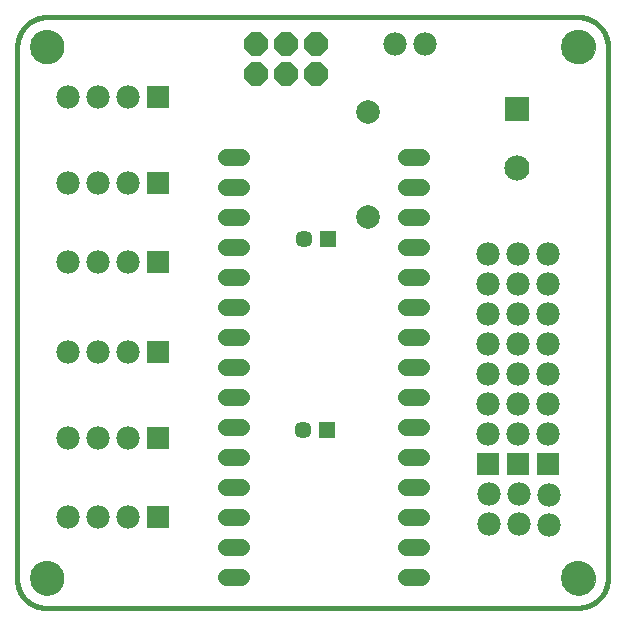
<source format=gts>
G75*
%MOIN*%
%OFA0B0*%
%FSLAX25Y25*%
%IPPOS*%
%LPD*%
%AMOC8*
5,1,8,0,0,1.08239X$1,22.5*
%
%ADD10C,0.00000*%
%ADD11C,0.11424*%
%ADD12C,0.01600*%
%ADD13R,0.05715X0.05715*%
%ADD14C,0.05715*%
%ADD15C,0.07900*%
%ADD16R,0.08400X0.08400*%
%ADD17C,0.08400*%
%ADD18C,0.05550*%
%ADD19C,0.07800*%
%ADD20OC8,0.07800*%
%ADD21R,0.07800X0.07800*%
D10*
X0006143Y0011643D02*
X0006145Y0011791D01*
X0006151Y0011939D01*
X0006161Y0012087D01*
X0006175Y0012234D01*
X0006193Y0012381D01*
X0006214Y0012527D01*
X0006240Y0012673D01*
X0006270Y0012818D01*
X0006303Y0012962D01*
X0006341Y0013105D01*
X0006382Y0013247D01*
X0006427Y0013388D01*
X0006475Y0013528D01*
X0006528Y0013667D01*
X0006584Y0013804D01*
X0006644Y0013939D01*
X0006707Y0014073D01*
X0006774Y0014205D01*
X0006845Y0014335D01*
X0006919Y0014463D01*
X0006996Y0014589D01*
X0007077Y0014713D01*
X0007161Y0014835D01*
X0007248Y0014954D01*
X0007339Y0015071D01*
X0007433Y0015186D01*
X0007529Y0015298D01*
X0007629Y0015408D01*
X0007731Y0015514D01*
X0007837Y0015618D01*
X0007945Y0015719D01*
X0008056Y0015817D01*
X0008169Y0015913D01*
X0008285Y0016005D01*
X0008403Y0016094D01*
X0008524Y0016179D01*
X0008647Y0016262D01*
X0008772Y0016341D01*
X0008899Y0016417D01*
X0009028Y0016489D01*
X0009159Y0016558D01*
X0009292Y0016623D01*
X0009427Y0016684D01*
X0009563Y0016742D01*
X0009700Y0016797D01*
X0009839Y0016847D01*
X0009980Y0016894D01*
X0010121Y0016937D01*
X0010264Y0016977D01*
X0010408Y0017012D01*
X0010552Y0017044D01*
X0010698Y0017071D01*
X0010844Y0017095D01*
X0010991Y0017115D01*
X0011138Y0017131D01*
X0011285Y0017143D01*
X0011433Y0017151D01*
X0011581Y0017155D01*
X0011729Y0017155D01*
X0011877Y0017151D01*
X0012025Y0017143D01*
X0012172Y0017131D01*
X0012319Y0017115D01*
X0012466Y0017095D01*
X0012612Y0017071D01*
X0012758Y0017044D01*
X0012902Y0017012D01*
X0013046Y0016977D01*
X0013189Y0016937D01*
X0013330Y0016894D01*
X0013471Y0016847D01*
X0013610Y0016797D01*
X0013747Y0016742D01*
X0013883Y0016684D01*
X0014018Y0016623D01*
X0014151Y0016558D01*
X0014282Y0016489D01*
X0014411Y0016417D01*
X0014538Y0016341D01*
X0014663Y0016262D01*
X0014786Y0016179D01*
X0014907Y0016094D01*
X0015025Y0016005D01*
X0015141Y0015913D01*
X0015254Y0015817D01*
X0015365Y0015719D01*
X0015473Y0015618D01*
X0015579Y0015514D01*
X0015681Y0015408D01*
X0015781Y0015298D01*
X0015877Y0015186D01*
X0015971Y0015071D01*
X0016062Y0014954D01*
X0016149Y0014835D01*
X0016233Y0014713D01*
X0016314Y0014589D01*
X0016391Y0014463D01*
X0016465Y0014335D01*
X0016536Y0014205D01*
X0016603Y0014073D01*
X0016666Y0013939D01*
X0016726Y0013804D01*
X0016782Y0013667D01*
X0016835Y0013528D01*
X0016883Y0013388D01*
X0016928Y0013247D01*
X0016969Y0013105D01*
X0017007Y0012962D01*
X0017040Y0012818D01*
X0017070Y0012673D01*
X0017096Y0012527D01*
X0017117Y0012381D01*
X0017135Y0012234D01*
X0017149Y0012087D01*
X0017159Y0011939D01*
X0017165Y0011791D01*
X0017167Y0011643D01*
X0017165Y0011495D01*
X0017159Y0011347D01*
X0017149Y0011199D01*
X0017135Y0011052D01*
X0017117Y0010905D01*
X0017096Y0010759D01*
X0017070Y0010613D01*
X0017040Y0010468D01*
X0017007Y0010324D01*
X0016969Y0010181D01*
X0016928Y0010039D01*
X0016883Y0009898D01*
X0016835Y0009758D01*
X0016782Y0009619D01*
X0016726Y0009482D01*
X0016666Y0009347D01*
X0016603Y0009213D01*
X0016536Y0009081D01*
X0016465Y0008951D01*
X0016391Y0008823D01*
X0016314Y0008697D01*
X0016233Y0008573D01*
X0016149Y0008451D01*
X0016062Y0008332D01*
X0015971Y0008215D01*
X0015877Y0008100D01*
X0015781Y0007988D01*
X0015681Y0007878D01*
X0015579Y0007772D01*
X0015473Y0007668D01*
X0015365Y0007567D01*
X0015254Y0007469D01*
X0015141Y0007373D01*
X0015025Y0007281D01*
X0014907Y0007192D01*
X0014786Y0007107D01*
X0014663Y0007024D01*
X0014538Y0006945D01*
X0014411Y0006869D01*
X0014282Y0006797D01*
X0014151Y0006728D01*
X0014018Y0006663D01*
X0013883Y0006602D01*
X0013747Y0006544D01*
X0013610Y0006489D01*
X0013471Y0006439D01*
X0013330Y0006392D01*
X0013189Y0006349D01*
X0013046Y0006309D01*
X0012902Y0006274D01*
X0012758Y0006242D01*
X0012612Y0006215D01*
X0012466Y0006191D01*
X0012319Y0006171D01*
X0012172Y0006155D01*
X0012025Y0006143D01*
X0011877Y0006135D01*
X0011729Y0006131D01*
X0011581Y0006131D01*
X0011433Y0006135D01*
X0011285Y0006143D01*
X0011138Y0006155D01*
X0010991Y0006171D01*
X0010844Y0006191D01*
X0010698Y0006215D01*
X0010552Y0006242D01*
X0010408Y0006274D01*
X0010264Y0006309D01*
X0010121Y0006349D01*
X0009980Y0006392D01*
X0009839Y0006439D01*
X0009700Y0006489D01*
X0009563Y0006544D01*
X0009427Y0006602D01*
X0009292Y0006663D01*
X0009159Y0006728D01*
X0009028Y0006797D01*
X0008899Y0006869D01*
X0008772Y0006945D01*
X0008647Y0007024D01*
X0008524Y0007107D01*
X0008403Y0007192D01*
X0008285Y0007281D01*
X0008169Y0007373D01*
X0008056Y0007469D01*
X0007945Y0007567D01*
X0007837Y0007668D01*
X0007731Y0007772D01*
X0007629Y0007878D01*
X0007529Y0007988D01*
X0007433Y0008100D01*
X0007339Y0008215D01*
X0007248Y0008332D01*
X0007161Y0008451D01*
X0007077Y0008573D01*
X0006996Y0008697D01*
X0006919Y0008823D01*
X0006845Y0008951D01*
X0006774Y0009081D01*
X0006707Y0009213D01*
X0006644Y0009347D01*
X0006584Y0009482D01*
X0006528Y0009619D01*
X0006475Y0009758D01*
X0006427Y0009898D01*
X0006382Y0010039D01*
X0006341Y0010181D01*
X0006303Y0010324D01*
X0006270Y0010468D01*
X0006240Y0010613D01*
X0006214Y0010759D01*
X0006193Y0010905D01*
X0006175Y0011052D01*
X0006161Y0011199D01*
X0006151Y0011347D01*
X0006145Y0011495D01*
X0006143Y0011643D01*
X0006143Y0188808D02*
X0006145Y0188956D01*
X0006151Y0189104D01*
X0006161Y0189252D01*
X0006175Y0189399D01*
X0006193Y0189546D01*
X0006214Y0189692D01*
X0006240Y0189838D01*
X0006270Y0189983D01*
X0006303Y0190127D01*
X0006341Y0190270D01*
X0006382Y0190412D01*
X0006427Y0190553D01*
X0006475Y0190693D01*
X0006528Y0190832D01*
X0006584Y0190969D01*
X0006644Y0191104D01*
X0006707Y0191238D01*
X0006774Y0191370D01*
X0006845Y0191500D01*
X0006919Y0191628D01*
X0006996Y0191754D01*
X0007077Y0191878D01*
X0007161Y0192000D01*
X0007248Y0192119D01*
X0007339Y0192236D01*
X0007433Y0192351D01*
X0007529Y0192463D01*
X0007629Y0192573D01*
X0007731Y0192679D01*
X0007837Y0192783D01*
X0007945Y0192884D01*
X0008056Y0192982D01*
X0008169Y0193078D01*
X0008285Y0193170D01*
X0008403Y0193259D01*
X0008524Y0193344D01*
X0008647Y0193427D01*
X0008772Y0193506D01*
X0008899Y0193582D01*
X0009028Y0193654D01*
X0009159Y0193723D01*
X0009292Y0193788D01*
X0009427Y0193849D01*
X0009563Y0193907D01*
X0009700Y0193962D01*
X0009839Y0194012D01*
X0009980Y0194059D01*
X0010121Y0194102D01*
X0010264Y0194142D01*
X0010408Y0194177D01*
X0010552Y0194209D01*
X0010698Y0194236D01*
X0010844Y0194260D01*
X0010991Y0194280D01*
X0011138Y0194296D01*
X0011285Y0194308D01*
X0011433Y0194316D01*
X0011581Y0194320D01*
X0011729Y0194320D01*
X0011877Y0194316D01*
X0012025Y0194308D01*
X0012172Y0194296D01*
X0012319Y0194280D01*
X0012466Y0194260D01*
X0012612Y0194236D01*
X0012758Y0194209D01*
X0012902Y0194177D01*
X0013046Y0194142D01*
X0013189Y0194102D01*
X0013330Y0194059D01*
X0013471Y0194012D01*
X0013610Y0193962D01*
X0013747Y0193907D01*
X0013883Y0193849D01*
X0014018Y0193788D01*
X0014151Y0193723D01*
X0014282Y0193654D01*
X0014411Y0193582D01*
X0014538Y0193506D01*
X0014663Y0193427D01*
X0014786Y0193344D01*
X0014907Y0193259D01*
X0015025Y0193170D01*
X0015141Y0193078D01*
X0015254Y0192982D01*
X0015365Y0192884D01*
X0015473Y0192783D01*
X0015579Y0192679D01*
X0015681Y0192573D01*
X0015781Y0192463D01*
X0015877Y0192351D01*
X0015971Y0192236D01*
X0016062Y0192119D01*
X0016149Y0192000D01*
X0016233Y0191878D01*
X0016314Y0191754D01*
X0016391Y0191628D01*
X0016465Y0191500D01*
X0016536Y0191370D01*
X0016603Y0191238D01*
X0016666Y0191104D01*
X0016726Y0190969D01*
X0016782Y0190832D01*
X0016835Y0190693D01*
X0016883Y0190553D01*
X0016928Y0190412D01*
X0016969Y0190270D01*
X0017007Y0190127D01*
X0017040Y0189983D01*
X0017070Y0189838D01*
X0017096Y0189692D01*
X0017117Y0189546D01*
X0017135Y0189399D01*
X0017149Y0189252D01*
X0017159Y0189104D01*
X0017165Y0188956D01*
X0017167Y0188808D01*
X0017165Y0188660D01*
X0017159Y0188512D01*
X0017149Y0188364D01*
X0017135Y0188217D01*
X0017117Y0188070D01*
X0017096Y0187924D01*
X0017070Y0187778D01*
X0017040Y0187633D01*
X0017007Y0187489D01*
X0016969Y0187346D01*
X0016928Y0187204D01*
X0016883Y0187063D01*
X0016835Y0186923D01*
X0016782Y0186784D01*
X0016726Y0186647D01*
X0016666Y0186512D01*
X0016603Y0186378D01*
X0016536Y0186246D01*
X0016465Y0186116D01*
X0016391Y0185988D01*
X0016314Y0185862D01*
X0016233Y0185738D01*
X0016149Y0185616D01*
X0016062Y0185497D01*
X0015971Y0185380D01*
X0015877Y0185265D01*
X0015781Y0185153D01*
X0015681Y0185043D01*
X0015579Y0184937D01*
X0015473Y0184833D01*
X0015365Y0184732D01*
X0015254Y0184634D01*
X0015141Y0184538D01*
X0015025Y0184446D01*
X0014907Y0184357D01*
X0014786Y0184272D01*
X0014663Y0184189D01*
X0014538Y0184110D01*
X0014411Y0184034D01*
X0014282Y0183962D01*
X0014151Y0183893D01*
X0014018Y0183828D01*
X0013883Y0183767D01*
X0013747Y0183709D01*
X0013610Y0183654D01*
X0013471Y0183604D01*
X0013330Y0183557D01*
X0013189Y0183514D01*
X0013046Y0183474D01*
X0012902Y0183439D01*
X0012758Y0183407D01*
X0012612Y0183380D01*
X0012466Y0183356D01*
X0012319Y0183336D01*
X0012172Y0183320D01*
X0012025Y0183308D01*
X0011877Y0183300D01*
X0011729Y0183296D01*
X0011581Y0183296D01*
X0011433Y0183300D01*
X0011285Y0183308D01*
X0011138Y0183320D01*
X0010991Y0183336D01*
X0010844Y0183356D01*
X0010698Y0183380D01*
X0010552Y0183407D01*
X0010408Y0183439D01*
X0010264Y0183474D01*
X0010121Y0183514D01*
X0009980Y0183557D01*
X0009839Y0183604D01*
X0009700Y0183654D01*
X0009563Y0183709D01*
X0009427Y0183767D01*
X0009292Y0183828D01*
X0009159Y0183893D01*
X0009028Y0183962D01*
X0008899Y0184034D01*
X0008772Y0184110D01*
X0008647Y0184189D01*
X0008524Y0184272D01*
X0008403Y0184357D01*
X0008285Y0184446D01*
X0008169Y0184538D01*
X0008056Y0184634D01*
X0007945Y0184732D01*
X0007837Y0184833D01*
X0007731Y0184937D01*
X0007629Y0185043D01*
X0007529Y0185153D01*
X0007433Y0185265D01*
X0007339Y0185380D01*
X0007248Y0185497D01*
X0007161Y0185616D01*
X0007077Y0185738D01*
X0006996Y0185862D01*
X0006919Y0185988D01*
X0006845Y0186116D01*
X0006774Y0186246D01*
X0006707Y0186378D01*
X0006644Y0186512D01*
X0006584Y0186647D01*
X0006528Y0186784D01*
X0006475Y0186923D01*
X0006427Y0187063D01*
X0006382Y0187204D01*
X0006341Y0187346D01*
X0006303Y0187489D01*
X0006270Y0187633D01*
X0006240Y0187778D01*
X0006214Y0187924D01*
X0006193Y0188070D01*
X0006175Y0188217D01*
X0006161Y0188364D01*
X0006151Y0188512D01*
X0006145Y0188660D01*
X0006143Y0188808D01*
X0183309Y0188808D02*
X0183311Y0188956D01*
X0183317Y0189104D01*
X0183327Y0189252D01*
X0183341Y0189399D01*
X0183359Y0189546D01*
X0183380Y0189692D01*
X0183406Y0189838D01*
X0183436Y0189983D01*
X0183469Y0190127D01*
X0183507Y0190270D01*
X0183548Y0190412D01*
X0183593Y0190553D01*
X0183641Y0190693D01*
X0183694Y0190832D01*
X0183750Y0190969D01*
X0183810Y0191104D01*
X0183873Y0191238D01*
X0183940Y0191370D01*
X0184011Y0191500D01*
X0184085Y0191628D01*
X0184162Y0191754D01*
X0184243Y0191878D01*
X0184327Y0192000D01*
X0184414Y0192119D01*
X0184505Y0192236D01*
X0184599Y0192351D01*
X0184695Y0192463D01*
X0184795Y0192573D01*
X0184897Y0192679D01*
X0185003Y0192783D01*
X0185111Y0192884D01*
X0185222Y0192982D01*
X0185335Y0193078D01*
X0185451Y0193170D01*
X0185569Y0193259D01*
X0185690Y0193344D01*
X0185813Y0193427D01*
X0185938Y0193506D01*
X0186065Y0193582D01*
X0186194Y0193654D01*
X0186325Y0193723D01*
X0186458Y0193788D01*
X0186593Y0193849D01*
X0186729Y0193907D01*
X0186866Y0193962D01*
X0187005Y0194012D01*
X0187146Y0194059D01*
X0187287Y0194102D01*
X0187430Y0194142D01*
X0187574Y0194177D01*
X0187718Y0194209D01*
X0187864Y0194236D01*
X0188010Y0194260D01*
X0188157Y0194280D01*
X0188304Y0194296D01*
X0188451Y0194308D01*
X0188599Y0194316D01*
X0188747Y0194320D01*
X0188895Y0194320D01*
X0189043Y0194316D01*
X0189191Y0194308D01*
X0189338Y0194296D01*
X0189485Y0194280D01*
X0189632Y0194260D01*
X0189778Y0194236D01*
X0189924Y0194209D01*
X0190068Y0194177D01*
X0190212Y0194142D01*
X0190355Y0194102D01*
X0190496Y0194059D01*
X0190637Y0194012D01*
X0190776Y0193962D01*
X0190913Y0193907D01*
X0191049Y0193849D01*
X0191184Y0193788D01*
X0191317Y0193723D01*
X0191448Y0193654D01*
X0191577Y0193582D01*
X0191704Y0193506D01*
X0191829Y0193427D01*
X0191952Y0193344D01*
X0192073Y0193259D01*
X0192191Y0193170D01*
X0192307Y0193078D01*
X0192420Y0192982D01*
X0192531Y0192884D01*
X0192639Y0192783D01*
X0192745Y0192679D01*
X0192847Y0192573D01*
X0192947Y0192463D01*
X0193043Y0192351D01*
X0193137Y0192236D01*
X0193228Y0192119D01*
X0193315Y0192000D01*
X0193399Y0191878D01*
X0193480Y0191754D01*
X0193557Y0191628D01*
X0193631Y0191500D01*
X0193702Y0191370D01*
X0193769Y0191238D01*
X0193832Y0191104D01*
X0193892Y0190969D01*
X0193948Y0190832D01*
X0194001Y0190693D01*
X0194049Y0190553D01*
X0194094Y0190412D01*
X0194135Y0190270D01*
X0194173Y0190127D01*
X0194206Y0189983D01*
X0194236Y0189838D01*
X0194262Y0189692D01*
X0194283Y0189546D01*
X0194301Y0189399D01*
X0194315Y0189252D01*
X0194325Y0189104D01*
X0194331Y0188956D01*
X0194333Y0188808D01*
X0194331Y0188660D01*
X0194325Y0188512D01*
X0194315Y0188364D01*
X0194301Y0188217D01*
X0194283Y0188070D01*
X0194262Y0187924D01*
X0194236Y0187778D01*
X0194206Y0187633D01*
X0194173Y0187489D01*
X0194135Y0187346D01*
X0194094Y0187204D01*
X0194049Y0187063D01*
X0194001Y0186923D01*
X0193948Y0186784D01*
X0193892Y0186647D01*
X0193832Y0186512D01*
X0193769Y0186378D01*
X0193702Y0186246D01*
X0193631Y0186116D01*
X0193557Y0185988D01*
X0193480Y0185862D01*
X0193399Y0185738D01*
X0193315Y0185616D01*
X0193228Y0185497D01*
X0193137Y0185380D01*
X0193043Y0185265D01*
X0192947Y0185153D01*
X0192847Y0185043D01*
X0192745Y0184937D01*
X0192639Y0184833D01*
X0192531Y0184732D01*
X0192420Y0184634D01*
X0192307Y0184538D01*
X0192191Y0184446D01*
X0192073Y0184357D01*
X0191952Y0184272D01*
X0191829Y0184189D01*
X0191704Y0184110D01*
X0191577Y0184034D01*
X0191448Y0183962D01*
X0191317Y0183893D01*
X0191184Y0183828D01*
X0191049Y0183767D01*
X0190913Y0183709D01*
X0190776Y0183654D01*
X0190637Y0183604D01*
X0190496Y0183557D01*
X0190355Y0183514D01*
X0190212Y0183474D01*
X0190068Y0183439D01*
X0189924Y0183407D01*
X0189778Y0183380D01*
X0189632Y0183356D01*
X0189485Y0183336D01*
X0189338Y0183320D01*
X0189191Y0183308D01*
X0189043Y0183300D01*
X0188895Y0183296D01*
X0188747Y0183296D01*
X0188599Y0183300D01*
X0188451Y0183308D01*
X0188304Y0183320D01*
X0188157Y0183336D01*
X0188010Y0183356D01*
X0187864Y0183380D01*
X0187718Y0183407D01*
X0187574Y0183439D01*
X0187430Y0183474D01*
X0187287Y0183514D01*
X0187146Y0183557D01*
X0187005Y0183604D01*
X0186866Y0183654D01*
X0186729Y0183709D01*
X0186593Y0183767D01*
X0186458Y0183828D01*
X0186325Y0183893D01*
X0186194Y0183962D01*
X0186065Y0184034D01*
X0185938Y0184110D01*
X0185813Y0184189D01*
X0185690Y0184272D01*
X0185569Y0184357D01*
X0185451Y0184446D01*
X0185335Y0184538D01*
X0185222Y0184634D01*
X0185111Y0184732D01*
X0185003Y0184833D01*
X0184897Y0184937D01*
X0184795Y0185043D01*
X0184695Y0185153D01*
X0184599Y0185265D01*
X0184505Y0185380D01*
X0184414Y0185497D01*
X0184327Y0185616D01*
X0184243Y0185738D01*
X0184162Y0185862D01*
X0184085Y0185988D01*
X0184011Y0186116D01*
X0183940Y0186246D01*
X0183873Y0186378D01*
X0183810Y0186512D01*
X0183750Y0186647D01*
X0183694Y0186784D01*
X0183641Y0186923D01*
X0183593Y0187063D01*
X0183548Y0187204D01*
X0183507Y0187346D01*
X0183469Y0187489D01*
X0183436Y0187633D01*
X0183406Y0187778D01*
X0183380Y0187924D01*
X0183359Y0188070D01*
X0183341Y0188217D01*
X0183327Y0188364D01*
X0183317Y0188512D01*
X0183311Y0188660D01*
X0183309Y0188808D01*
X0183309Y0011643D02*
X0183311Y0011791D01*
X0183317Y0011939D01*
X0183327Y0012087D01*
X0183341Y0012234D01*
X0183359Y0012381D01*
X0183380Y0012527D01*
X0183406Y0012673D01*
X0183436Y0012818D01*
X0183469Y0012962D01*
X0183507Y0013105D01*
X0183548Y0013247D01*
X0183593Y0013388D01*
X0183641Y0013528D01*
X0183694Y0013667D01*
X0183750Y0013804D01*
X0183810Y0013939D01*
X0183873Y0014073D01*
X0183940Y0014205D01*
X0184011Y0014335D01*
X0184085Y0014463D01*
X0184162Y0014589D01*
X0184243Y0014713D01*
X0184327Y0014835D01*
X0184414Y0014954D01*
X0184505Y0015071D01*
X0184599Y0015186D01*
X0184695Y0015298D01*
X0184795Y0015408D01*
X0184897Y0015514D01*
X0185003Y0015618D01*
X0185111Y0015719D01*
X0185222Y0015817D01*
X0185335Y0015913D01*
X0185451Y0016005D01*
X0185569Y0016094D01*
X0185690Y0016179D01*
X0185813Y0016262D01*
X0185938Y0016341D01*
X0186065Y0016417D01*
X0186194Y0016489D01*
X0186325Y0016558D01*
X0186458Y0016623D01*
X0186593Y0016684D01*
X0186729Y0016742D01*
X0186866Y0016797D01*
X0187005Y0016847D01*
X0187146Y0016894D01*
X0187287Y0016937D01*
X0187430Y0016977D01*
X0187574Y0017012D01*
X0187718Y0017044D01*
X0187864Y0017071D01*
X0188010Y0017095D01*
X0188157Y0017115D01*
X0188304Y0017131D01*
X0188451Y0017143D01*
X0188599Y0017151D01*
X0188747Y0017155D01*
X0188895Y0017155D01*
X0189043Y0017151D01*
X0189191Y0017143D01*
X0189338Y0017131D01*
X0189485Y0017115D01*
X0189632Y0017095D01*
X0189778Y0017071D01*
X0189924Y0017044D01*
X0190068Y0017012D01*
X0190212Y0016977D01*
X0190355Y0016937D01*
X0190496Y0016894D01*
X0190637Y0016847D01*
X0190776Y0016797D01*
X0190913Y0016742D01*
X0191049Y0016684D01*
X0191184Y0016623D01*
X0191317Y0016558D01*
X0191448Y0016489D01*
X0191577Y0016417D01*
X0191704Y0016341D01*
X0191829Y0016262D01*
X0191952Y0016179D01*
X0192073Y0016094D01*
X0192191Y0016005D01*
X0192307Y0015913D01*
X0192420Y0015817D01*
X0192531Y0015719D01*
X0192639Y0015618D01*
X0192745Y0015514D01*
X0192847Y0015408D01*
X0192947Y0015298D01*
X0193043Y0015186D01*
X0193137Y0015071D01*
X0193228Y0014954D01*
X0193315Y0014835D01*
X0193399Y0014713D01*
X0193480Y0014589D01*
X0193557Y0014463D01*
X0193631Y0014335D01*
X0193702Y0014205D01*
X0193769Y0014073D01*
X0193832Y0013939D01*
X0193892Y0013804D01*
X0193948Y0013667D01*
X0194001Y0013528D01*
X0194049Y0013388D01*
X0194094Y0013247D01*
X0194135Y0013105D01*
X0194173Y0012962D01*
X0194206Y0012818D01*
X0194236Y0012673D01*
X0194262Y0012527D01*
X0194283Y0012381D01*
X0194301Y0012234D01*
X0194315Y0012087D01*
X0194325Y0011939D01*
X0194331Y0011791D01*
X0194333Y0011643D01*
X0194331Y0011495D01*
X0194325Y0011347D01*
X0194315Y0011199D01*
X0194301Y0011052D01*
X0194283Y0010905D01*
X0194262Y0010759D01*
X0194236Y0010613D01*
X0194206Y0010468D01*
X0194173Y0010324D01*
X0194135Y0010181D01*
X0194094Y0010039D01*
X0194049Y0009898D01*
X0194001Y0009758D01*
X0193948Y0009619D01*
X0193892Y0009482D01*
X0193832Y0009347D01*
X0193769Y0009213D01*
X0193702Y0009081D01*
X0193631Y0008951D01*
X0193557Y0008823D01*
X0193480Y0008697D01*
X0193399Y0008573D01*
X0193315Y0008451D01*
X0193228Y0008332D01*
X0193137Y0008215D01*
X0193043Y0008100D01*
X0192947Y0007988D01*
X0192847Y0007878D01*
X0192745Y0007772D01*
X0192639Y0007668D01*
X0192531Y0007567D01*
X0192420Y0007469D01*
X0192307Y0007373D01*
X0192191Y0007281D01*
X0192073Y0007192D01*
X0191952Y0007107D01*
X0191829Y0007024D01*
X0191704Y0006945D01*
X0191577Y0006869D01*
X0191448Y0006797D01*
X0191317Y0006728D01*
X0191184Y0006663D01*
X0191049Y0006602D01*
X0190913Y0006544D01*
X0190776Y0006489D01*
X0190637Y0006439D01*
X0190496Y0006392D01*
X0190355Y0006349D01*
X0190212Y0006309D01*
X0190068Y0006274D01*
X0189924Y0006242D01*
X0189778Y0006215D01*
X0189632Y0006191D01*
X0189485Y0006171D01*
X0189338Y0006155D01*
X0189191Y0006143D01*
X0189043Y0006135D01*
X0188895Y0006131D01*
X0188747Y0006131D01*
X0188599Y0006135D01*
X0188451Y0006143D01*
X0188304Y0006155D01*
X0188157Y0006171D01*
X0188010Y0006191D01*
X0187864Y0006215D01*
X0187718Y0006242D01*
X0187574Y0006274D01*
X0187430Y0006309D01*
X0187287Y0006349D01*
X0187146Y0006392D01*
X0187005Y0006439D01*
X0186866Y0006489D01*
X0186729Y0006544D01*
X0186593Y0006602D01*
X0186458Y0006663D01*
X0186325Y0006728D01*
X0186194Y0006797D01*
X0186065Y0006869D01*
X0185938Y0006945D01*
X0185813Y0007024D01*
X0185690Y0007107D01*
X0185569Y0007192D01*
X0185451Y0007281D01*
X0185335Y0007373D01*
X0185222Y0007469D01*
X0185111Y0007567D01*
X0185003Y0007668D01*
X0184897Y0007772D01*
X0184795Y0007878D01*
X0184695Y0007988D01*
X0184599Y0008100D01*
X0184505Y0008215D01*
X0184414Y0008332D01*
X0184327Y0008451D01*
X0184243Y0008573D01*
X0184162Y0008697D01*
X0184085Y0008823D01*
X0184011Y0008951D01*
X0183940Y0009081D01*
X0183873Y0009213D01*
X0183810Y0009347D01*
X0183750Y0009482D01*
X0183694Y0009619D01*
X0183641Y0009758D01*
X0183593Y0009898D01*
X0183548Y0010039D01*
X0183507Y0010181D01*
X0183469Y0010324D01*
X0183436Y0010468D01*
X0183406Y0010613D01*
X0183380Y0010759D01*
X0183359Y0010905D01*
X0183341Y0011052D01*
X0183327Y0011199D01*
X0183317Y0011347D01*
X0183311Y0011495D01*
X0183309Y0011643D01*
D11*
X0188821Y0011643D03*
X0188821Y0188808D03*
X0011655Y0188808D03*
X0011655Y0011643D03*
D12*
X0010671Y0001800D02*
X0188821Y0001800D01*
X0189059Y0001803D01*
X0189297Y0001811D01*
X0189534Y0001826D01*
X0189771Y0001846D01*
X0190007Y0001872D01*
X0190243Y0001903D01*
X0190478Y0001940D01*
X0190712Y0001983D01*
X0190945Y0002032D01*
X0191177Y0002086D01*
X0191407Y0002146D01*
X0191636Y0002211D01*
X0191863Y0002282D01*
X0192088Y0002358D01*
X0192311Y0002440D01*
X0192533Y0002527D01*
X0192752Y0002619D01*
X0192969Y0002717D01*
X0193183Y0002819D01*
X0193395Y0002927D01*
X0193605Y0003041D01*
X0193811Y0003159D01*
X0194015Y0003282D01*
X0194215Y0003410D01*
X0194412Y0003542D01*
X0194607Y0003680D01*
X0194797Y0003822D01*
X0194985Y0003969D01*
X0195168Y0004120D01*
X0195348Y0004275D01*
X0195524Y0004435D01*
X0195696Y0004599D01*
X0195865Y0004768D01*
X0196029Y0004940D01*
X0196189Y0005116D01*
X0196344Y0005296D01*
X0196495Y0005479D01*
X0196642Y0005667D01*
X0196784Y0005857D01*
X0196922Y0006052D01*
X0197054Y0006249D01*
X0197182Y0006449D01*
X0197305Y0006653D01*
X0197423Y0006859D01*
X0197537Y0007069D01*
X0197645Y0007281D01*
X0197747Y0007495D01*
X0197845Y0007712D01*
X0197937Y0007931D01*
X0198024Y0008153D01*
X0198106Y0008376D01*
X0198182Y0008601D01*
X0198253Y0008828D01*
X0198318Y0009057D01*
X0198378Y0009287D01*
X0198432Y0009519D01*
X0198481Y0009752D01*
X0198524Y0009986D01*
X0198561Y0010221D01*
X0198592Y0010457D01*
X0198618Y0010693D01*
X0198638Y0010930D01*
X0198653Y0011167D01*
X0198661Y0011405D01*
X0198664Y0011643D01*
X0198663Y0011643D02*
X0198663Y0188808D01*
X0198664Y0188808D02*
X0198661Y0189046D01*
X0198653Y0189284D01*
X0198638Y0189521D01*
X0198618Y0189758D01*
X0198592Y0189994D01*
X0198561Y0190230D01*
X0198524Y0190465D01*
X0198481Y0190699D01*
X0198432Y0190932D01*
X0198378Y0191164D01*
X0198318Y0191394D01*
X0198253Y0191623D01*
X0198182Y0191850D01*
X0198106Y0192075D01*
X0198024Y0192298D01*
X0197937Y0192520D01*
X0197845Y0192739D01*
X0197747Y0192956D01*
X0197645Y0193170D01*
X0197537Y0193382D01*
X0197423Y0193592D01*
X0197305Y0193798D01*
X0197182Y0194002D01*
X0197054Y0194202D01*
X0196922Y0194399D01*
X0196784Y0194594D01*
X0196642Y0194784D01*
X0196495Y0194972D01*
X0196344Y0195155D01*
X0196189Y0195335D01*
X0196029Y0195511D01*
X0195865Y0195683D01*
X0195696Y0195852D01*
X0195524Y0196016D01*
X0195348Y0196176D01*
X0195168Y0196331D01*
X0194985Y0196482D01*
X0194797Y0196629D01*
X0194607Y0196771D01*
X0194412Y0196909D01*
X0194215Y0197041D01*
X0194015Y0197169D01*
X0193811Y0197292D01*
X0193605Y0197410D01*
X0193395Y0197524D01*
X0193183Y0197632D01*
X0192969Y0197734D01*
X0192752Y0197832D01*
X0192533Y0197924D01*
X0192311Y0198011D01*
X0192088Y0198093D01*
X0191863Y0198169D01*
X0191636Y0198240D01*
X0191407Y0198305D01*
X0191177Y0198365D01*
X0190945Y0198419D01*
X0190712Y0198468D01*
X0190478Y0198511D01*
X0190243Y0198548D01*
X0190007Y0198579D01*
X0189771Y0198605D01*
X0189534Y0198625D01*
X0189297Y0198640D01*
X0189059Y0198648D01*
X0188821Y0198651D01*
X0188821Y0198650D02*
X0011655Y0198650D01*
X0011655Y0198651D02*
X0011417Y0198648D01*
X0011179Y0198640D01*
X0010942Y0198625D01*
X0010705Y0198605D01*
X0010469Y0198579D01*
X0010233Y0198548D01*
X0009998Y0198511D01*
X0009764Y0198468D01*
X0009531Y0198419D01*
X0009299Y0198365D01*
X0009069Y0198305D01*
X0008840Y0198240D01*
X0008613Y0198169D01*
X0008388Y0198093D01*
X0008165Y0198011D01*
X0007943Y0197924D01*
X0007724Y0197832D01*
X0007507Y0197734D01*
X0007293Y0197632D01*
X0007081Y0197524D01*
X0006871Y0197410D01*
X0006665Y0197292D01*
X0006461Y0197169D01*
X0006261Y0197041D01*
X0006064Y0196909D01*
X0005869Y0196771D01*
X0005679Y0196629D01*
X0005491Y0196482D01*
X0005308Y0196331D01*
X0005128Y0196176D01*
X0004952Y0196016D01*
X0004780Y0195852D01*
X0004611Y0195683D01*
X0004447Y0195511D01*
X0004287Y0195335D01*
X0004132Y0195155D01*
X0003981Y0194972D01*
X0003834Y0194784D01*
X0003692Y0194594D01*
X0003554Y0194399D01*
X0003422Y0194202D01*
X0003294Y0194002D01*
X0003171Y0193798D01*
X0003053Y0193592D01*
X0002939Y0193382D01*
X0002831Y0193170D01*
X0002729Y0192956D01*
X0002631Y0192739D01*
X0002539Y0192520D01*
X0002452Y0192298D01*
X0002370Y0192075D01*
X0002294Y0191850D01*
X0002223Y0191623D01*
X0002158Y0191394D01*
X0002098Y0191164D01*
X0002044Y0190932D01*
X0001995Y0190699D01*
X0001952Y0190465D01*
X0001915Y0190230D01*
X0001884Y0189994D01*
X0001858Y0189758D01*
X0001838Y0189521D01*
X0001823Y0189284D01*
X0001815Y0189046D01*
X0001812Y0188808D01*
X0001813Y0188808D02*
X0001813Y0011643D01*
X0001813Y0011642D02*
X0001804Y0011416D01*
X0001800Y0011190D01*
X0001802Y0010964D01*
X0001809Y0010737D01*
X0001822Y0010511D01*
X0001840Y0010286D01*
X0001864Y0010061D01*
X0001893Y0009837D01*
X0001927Y0009613D01*
X0001967Y0009390D01*
X0002012Y0009168D01*
X0002063Y0008948D01*
X0002118Y0008729D01*
X0002180Y0008511D01*
X0002246Y0008295D01*
X0002318Y0008080D01*
X0002394Y0007867D01*
X0002476Y0007656D01*
X0002563Y0007447D01*
X0002655Y0007241D01*
X0002752Y0007036D01*
X0002854Y0006834D01*
X0002961Y0006635D01*
X0003072Y0006438D01*
X0003189Y0006244D01*
X0003309Y0006052D01*
X0003435Y0005864D01*
X0003565Y0005679D01*
X0003699Y0005497D01*
X0003838Y0005318D01*
X0003981Y0005143D01*
X0004128Y0004971D01*
X0004280Y0004803D01*
X0004435Y0004638D01*
X0004594Y0004478D01*
X0004758Y0004321D01*
X0004924Y0004168D01*
X0005095Y0004019D01*
X0005269Y0003875D01*
X0005447Y0003735D01*
X0005627Y0003599D01*
X0005812Y0003467D01*
X0005999Y0003340D01*
X0006189Y0003218D01*
X0006382Y0003100D01*
X0006578Y0002986D01*
X0006777Y0002878D01*
X0006978Y0002774D01*
X0007181Y0002676D01*
X0007387Y0002582D01*
X0007595Y0002493D01*
X0007806Y0002410D01*
X0008018Y0002331D01*
X0008232Y0002258D01*
X0008448Y0002189D01*
X0008665Y0002126D01*
X0008884Y0002069D01*
X0009104Y0002016D01*
X0009325Y0001969D01*
X0009547Y0001927D01*
X0009771Y0001891D01*
X0009995Y0001860D01*
X0010220Y0001835D01*
X0010445Y0001815D01*
X0010671Y0001800D01*
D13*
X0104903Y0061013D03*
X0105277Y0124576D03*
D14*
X0097403Y0124576D03*
X0097029Y0061013D03*
D15*
X0118840Y0132076D03*
X0118840Y0167076D03*
D16*
X0168466Y0167981D03*
D17*
X0168466Y0148296D03*
D18*
X0136415Y0152076D02*
X0131266Y0152076D01*
X0131266Y0142076D02*
X0136415Y0142076D01*
X0136415Y0132076D02*
X0131266Y0132076D01*
X0131266Y0122076D02*
X0136415Y0122076D01*
X0136415Y0112076D02*
X0131266Y0112076D01*
X0131266Y0102076D02*
X0136415Y0102076D01*
X0136415Y0092076D02*
X0131266Y0092076D01*
X0131266Y0082076D02*
X0136415Y0082076D01*
X0136415Y0072076D02*
X0131266Y0072076D01*
X0131266Y0062076D02*
X0136415Y0062076D01*
X0136415Y0052076D02*
X0131266Y0052076D01*
X0131266Y0042076D02*
X0136415Y0042076D01*
X0136415Y0032076D02*
X0131266Y0032076D01*
X0131266Y0022076D02*
X0136415Y0022076D01*
X0136415Y0012076D02*
X0131266Y0012076D01*
X0076415Y0012076D02*
X0071266Y0012076D01*
X0071266Y0022076D02*
X0076415Y0022076D01*
X0076415Y0032076D02*
X0071266Y0032076D01*
X0071266Y0042076D02*
X0076415Y0042076D01*
X0076415Y0052076D02*
X0071266Y0052076D01*
X0071266Y0062076D02*
X0076415Y0062076D01*
X0076415Y0072076D02*
X0071266Y0072076D01*
X0071266Y0082076D02*
X0076415Y0082076D01*
X0076415Y0092076D02*
X0071266Y0092076D01*
X0071266Y0102076D02*
X0076415Y0102076D01*
X0076415Y0112076D02*
X0071266Y0112076D01*
X0071266Y0122076D02*
X0076415Y0122076D01*
X0076415Y0132076D02*
X0071266Y0132076D01*
X0071266Y0142076D02*
X0076415Y0142076D01*
X0076415Y0152076D02*
X0071266Y0152076D01*
D19*
X0038653Y0143513D03*
X0028653Y0143513D03*
X0018653Y0143513D03*
X0018840Y0117076D03*
X0028840Y0117076D03*
X0038840Y0117076D03*
X0038840Y0087076D03*
X0028840Y0087076D03*
X0018840Y0087076D03*
X0018840Y0058513D03*
X0028840Y0058513D03*
X0038840Y0058513D03*
X0038840Y0032076D03*
X0028840Y0032076D03*
X0018840Y0032076D03*
X0018840Y0172076D03*
X0028840Y0172076D03*
X0038840Y0172076D03*
X0127777Y0189576D03*
X0137777Y0189576D03*
X0158840Y0119576D03*
X0158840Y0109576D03*
X0158840Y0099576D03*
X0158840Y0089576D03*
X0158840Y0079576D03*
X0158840Y0069576D03*
X0158840Y0059576D03*
X0168840Y0059576D03*
X0168840Y0069576D03*
X0168840Y0079576D03*
X0168840Y0089576D03*
X0168840Y0099576D03*
X0168840Y0109576D03*
X0168840Y0119576D03*
X0178840Y0119576D03*
X0178840Y0109576D03*
X0178840Y0099576D03*
X0178840Y0089576D03*
X0178840Y0079576D03*
X0178840Y0069576D03*
X0178840Y0059576D03*
X0179146Y0039492D03*
X0179146Y0029492D03*
X0169136Y0029610D03*
X0169136Y0039610D03*
X0159008Y0039704D03*
X0159008Y0029704D03*
D20*
X0101340Y0179576D03*
X0091340Y0179576D03*
X0081340Y0179576D03*
X0081340Y0189576D03*
X0091340Y0189576D03*
X0101340Y0189576D03*
D21*
X0048840Y0172076D03*
X0048653Y0143513D03*
X0048840Y0117076D03*
X0048840Y0087076D03*
X0048840Y0058513D03*
X0048840Y0032076D03*
X0158840Y0049576D03*
X0168840Y0049576D03*
X0178840Y0049576D03*
M02*

</source>
